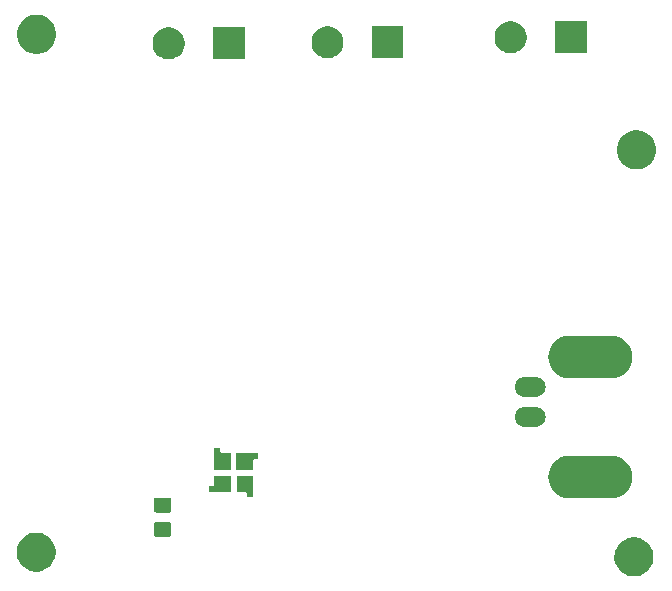
<source format=gbr>
G04 #@! TF.GenerationSoftware,KiCad,Pcbnew,(5.1.0)-1*
G04 #@! TF.CreationDate,2020-05-22T07:58:56-04:00*
G04 #@! TF.ProjectId,SiPMV4-30050,5369504d-5634-42d3-9330-3035302e6b69,rev?*
G04 #@! TF.SameCoordinates,Original*
G04 #@! TF.FileFunction,Soldermask,Bot*
G04 #@! TF.FilePolarity,Negative*
%FSLAX46Y46*%
G04 Gerber Fmt 4.6, Leading zero omitted, Abs format (unit mm)*
G04 Created by KiCad (PCBNEW (5.1.0)-1) date 2020-05-22 07:58:56*
%MOMM*%
%LPD*%
G04 APERTURE LIST*
%ADD10C,0.100000*%
G04 APERTURE END LIST*
D10*
G36*
X189879576Y-63466098D02*
G01*
X189985899Y-63487247D01*
X190286362Y-63611703D01*
X190556771Y-63792385D01*
X190786735Y-64022349D01*
X190967417Y-64292758D01*
X190967418Y-64292760D01*
X191091873Y-64593222D01*
X191142204Y-64846249D01*
X191155320Y-64912191D01*
X191155320Y-65237409D01*
X191091873Y-65556379D01*
X190967417Y-65856842D01*
X190786735Y-66127251D01*
X190556771Y-66357215D01*
X190286362Y-66537897D01*
X189985899Y-66662353D01*
X189879576Y-66683502D01*
X189666931Y-66725800D01*
X189341709Y-66725800D01*
X189129064Y-66683502D01*
X189022741Y-66662353D01*
X188722278Y-66537897D01*
X188451869Y-66357215D01*
X188221905Y-66127251D01*
X188041223Y-65856842D01*
X187916767Y-65556379D01*
X187853320Y-65237409D01*
X187853320Y-64912191D01*
X187866437Y-64846249D01*
X187916767Y-64593222D01*
X188041222Y-64292760D01*
X188041223Y-64292758D01*
X188221905Y-64022349D01*
X188451869Y-63792385D01*
X188722278Y-63611703D01*
X189022741Y-63487247D01*
X189129064Y-63466098D01*
X189341709Y-63423800D01*
X189666931Y-63423800D01*
X189879576Y-63466098D01*
X189879576Y-63466098D01*
G37*
G36*
X139270076Y-63074938D02*
G01*
X139376399Y-63096087D01*
X139676862Y-63220543D01*
X139947271Y-63401225D01*
X140177235Y-63631189D01*
X140177236Y-63631191D01*
X140357918Y-63901600D01*
X140482373Y-64202062D01*
X140545820Y-64521029D01*
X140545820Y-64846251D01*
X140503522Y-65058896D01*
X140482373Y-65165219D01*
X140357917Y-65465682D01*
X140177235Y-65736091D01*
X139947271Y-65966055D01*
X139676862Y-66146737D01*
X139376399Y-66271193D01*
X139270076Y-66292342D01*
X139057431Y-66334640D01*
X138732209Y-66334640D01*
X138519564Y-66292342D01*
X138413241Y-66271193D01*
X138112778Y-66146737D01*
X137842369Y-65966055D01*
X137612405Y-65736091D01*
X137431723Y-65465682D01*
X137307267Y-65165219D01*
X137286118Y-65058896D01*
X137243820Y-64846251D01*
X137243820Y-64521029D01*
X137307267Y-64202062D01*
X137431722Y-63901600D01*
X137612404Y-63631191D01*
X137612405Y-63631189D01*
X137842369Y-63401225D01*
X138112778Y-63220543D01*
X138413241Y-63096087D01*
X138519564Y-63074938D01*
X138732209Y-63032640D01*
X139057431Y-63032640D01*
X139270076Y-63074938D01*
X139270076Y-63074938D01*
G37*
G36*
X150194674Y-62125465D02*
G01*
X150232367Y-62136899D01*
X150267103Y-62155466D01*
X150297548Y-62180452D01*
X150322534Y-62210897D01*
X150341101Y-62245633D01*
X150352535Y-62283326D01*
X150357000Y-62328661D01*
X150357000Y-63165339D01*
X150352535Y-63210674D01*
X150341101Y-63248367D01*
X150322534Y-63283103D01*
X150297548Y-63313548D01*
X150267103Y-63338534D01*
X150232367Y-63357101D01*
X150194674Y-63368535D01*
X150149339Y-63373000D01*
X149062661Y-63373000D01*
X149017326Y-63368535D01*
X148979633Y-63357101D01*
X148944897Y-63338534D01*
X148914452Y-63313548D01*
X148889466Y-63283103D01*
X148870899Y-63248367D01*
X148859465Y-63210674D01*
X148855000Y-63165339D01*
X148855000Y-62328661D01*
X148859465Y-62283326D01*
X148870899Y-62245633D01*
X148889466Y-62210897D01*
X148914452Y-62180452D01*
X148944897Y-62155466D01*
X148979633Y-62136899D01*
X149017326Y-62125465D01*
X149062661Y-62121000D01*
X150149339Y-62121000D01*
X150194674Y-62125465D01*
X150194674Y-62125465D01*
G37*
G36*
X150194674Y-60075465D02*
G01*
X150232367Y-60086899D01*
X150267103Y-60105466D01*
X150297548Y-60130452D01*
X150322534Y-60160897D01*
X150341101Y-60195633D01*
X150352535Y-60233326D01*
X150357000Y-60278661D01*
X150357000Y-61115339D01*
X150352535Y-61160674D01*
X150341101Y-61198367D01*
X150322534Y-61233103D01*
X150297548Y-61263548D01*
X150267103Y-61288534D01*
X150232367Y-61307101D01*
X150194674Y-61318535D01*
X150149339Y-61323000D01*
X149062661Y-61323000D01*
X149017326Y-61318535D01*
X148979633Y-61307101D01*
X148944897Y-61288534D01*
X148914452Y-61263548D01*
X148889466Y-61233103D01*
X148870899Y-61198367D01*
X148859465Y-61160674D01*
X148855000Y-61115339D01*
X148855000Y-60278661D01*
X148859465Y-60233326D01*
X148870899Y-60195633D01*
X148889466Y-60160897D01*
X148914452Y-60130452D01*
X148944897Y-60105466D01*
X148979633Y-60086899D01*
X149017326Y-60075465D01*
X149062661Y-60071000D01*
X150149339Y-60071000D01*
X150194674Y-60075465D01*
X150194674Y-60075465D01*
G37*
G36*
X187735289Y-56513386D02*
G01*
X187911678Y-56530759D01*
X188251168Y-56633742D01*
X188251170Y-56633743D01*
X188564042Y-56800977D01*
X188658363Y-56878384D01*
X188838281Y-57026039D01*
X189063342Y-57300277D01*
X189230578Y-57613152D01*
X189333561Y-57952642D01*
X189368334Y-58305700D01*
X189333561Y-58658758D01*
X189230578Y-58998248D01*
X189230577Y-58998250D01*
X189063343Y-59311122D01*
X188838281Y-59585361D01*
X188564042Y-59810423D01*
X188251170Y-59977657D01*
X188251168Y-59977658D01*
X187911678Y-60080641D01*
X187735289Y-60098014D01*
X187647096Y-60106700D01*
X183970144Y-60106700D01*
X183881951Y-60098014D01*
X183705562Y-60080641D01*
X183366072Y-59977658D01*
X183366070Y-59977657D01*
X183053198Y-59810423D01*
X182778959Y-59585361D01*
X182553897Y-59311122D01*
X182386663Y-58998250D01*
X182386662Y-58998248D01*
X182283679Y-58658758D01*
X182248906Y-58305700D01*
X182283679Y-57952642D01*
X182386662Y-57613152D01*
X182553898Y-57300277D01*
X182778959Y-57026039D01*
X182958877Y-56878384D01*
X183053198Y-56800977D01*
X183366070Y-56633743D01*
X183366072Y-56633742D01*
X183705562Y-56530759D01*
X183881951Y-56513386D01*
X183970144Y-56504700D01*
X187647096Y-56504700D01*
X187735289Y-56513386D01*
X187735289Y-56513386D01*
G37*
G36*
X157269540Y-60031220D02*
G01*
X156747540Y-60031220D01*
X156747540Y-59736219D01*
X156745138Y-59711833D01*
X156738025Y-59688384D01*
X156726474Y-59666773D01*
X156710929Y-59647831D01*
X156691987Y-59632286D01*
X156670376Y-59620735D01*
X156646927Y-59613622D01*
X156622541Y-59611220D01*
X155867540Y-59611220D01*
X155867540Y-58209220D01*
X157269540Y-58209220D01*
X157269540Y-60031220D01*
X157269540Y-60031220D01*
G37*
G36*
X155389540Y-59611220D02*
G01*
X153567540Y-59611220D01*
X153567540Y-59089220D01*
X153862541Y-59089220D01*
X153886927Y-59086818D01*
X153910376Y-59079705D01*
X153931987Y-59068154D01*
X153950929Y-59052609D01*
X153966474Y-59033667D01*
X153978025Y-59012056D01*
X153985138Y-58988607D01*
X153987540Y-58964221D01*
X153987540Y-58209220D01*
X155389540Y-58209220D01*
X155389540Y-59611220D01*
X155389540Y-59611220D01*
G37*
G36*
X154499540Y-56154221D02*
G01*
X154501942Y-56178607D01*
X154509055Y-56202056D01*
X154520606Y-56223667D01*
X154536151Y-56242609D01*
X154555093Y-56258154D01*
X154576704Y-56269705D01*
X154600153Y-56276818D01*
X154624539Y-56279220D01*
X155379540Y-56279220D01*
X155379540Y-57681220D01*
X153977540Y-57681220D01*
X153977540Y-55859220D01*
X154499540Y-55859220D01*
X154499540Y-56154221D01*
X154499540Y-56154221D01*
G37*
G36*
X157679540Y-56801220D02*
G01*
X157384539Y-56801220D01*
X157360153Y-56803622D01*
X157336704Y-56810735D01*
X157315093Y-56822286D01*
X157296151Y-56837831D01*
X157280606Y-56856773D01*
X157269055Y-56878384D01*
X157261942Y-56901833D01*
X157259540Y-56926219D01*
X157259540Y-57681220D01*
X155857540Y-57681220D01*
X155857540Y-56279220D01*
X157679540Y-56279220D01*
X157679540Y-56801220D01*
X157679540Y-56801220D01*
G37*
G36*
X181345443Y-52387013D02*
G01*
X181505862Y-52435676D01*
X181638526Y-52506586D01*
X181653698Y-52514696D01*
X181783279Y-52621041D01*
X181889624Y-52750622D01*
X181889625Y-52750624D01*
X181968644Y-52898458D01*
X182017307Y-53058877D01*
X182033737Y-53225700D01*
X182017307Y-53392523D01*
X181968644Y-53552942D01*
X181897734Y-53685606D01*
X181889624Y-53700778D01*
X181783279Y-53830359D01*
X181653698Y-53936704D01*
X181653696Y-53936705D01*
X181505862Y-54015724D01*
X181345443Y-54064387D01*
X181220424Y-54076700D01*
X180236816Y-54076700D01*
X180111797Y-54064387D01*
X179951378Y-54015724D01*
X179803544Y-53936705D01*
X179803542Y-53936704D01*
X179673961Y-53830359D01*
X179567616Y-53700778D01*
X179559506Y-53685606D01*
X179488596Y-53552942D01*
X179439933Y-53392523D01*
X179423503Y-53225700D01*
X179439933Y-53058877D01*
X179488596Y-52898458D01*
X179567615Y-52750624D01*
X179567616Y-52750622D01*
X179673961Y-52621041D01*
X179803542Y-52514696D01*
X179818714Y-52506586D01*
X179951378Y-52435676D01*
X180111797Y-52387013D01*
X180236816Y-52374700D01*
X181220424Y-52374700D01*
X181345443Y-52387013D01*
X181345443Y-52387013D01*
G37*
G36*
X181345443Y-49847013D02*
G01*
X181505862Y-49895676D01*
X181601321Y-49946700D01*
X181653698Y-49974696D01*
X181783279Y-50081041D01*
X181889624Y-50210622D01*
X181889625Y-50210624D01*
X181968644Y-50358458D01*
X182017307Y-50518877D01*
X182033737Y-50685700D01*
X182017307Y-50852523D01*
X181968644Y-51012942D01*
X181897734Y-51145606D01*
X181889624Y-51160778D01*
X181783279Y-51290359D01*
X181653698Y-51396704D01*
X181653696Y-51396705D01*
X181505862Y-51475724D01*
X181345443Y-51524387D01*
X181220424Y-51536700D01*
X180236816Y-51536700D01*
X180111797Y-51524387D01*
X179951378Y-51475724D01*
X179803544Y-51396705D01*
X179803542Y-51396704D01*
X179673961Y-51290359D01*
X179567616Y-51160778D01*
X179559506Y-51145606D01*
X179488596Y-51012942D01*
X179439933Y-50852523D01*
X179423503Y-50685700D01*
X179439933Y-50518877D01*
X179488596Y-50358458D01*
X179567615Y-50210624D01*
X179567616Y-50210622D01*
X179673961Y-50081041D01*
X179803542Y-49974696D01*
X179855919Y-49946700D01*
X179951378Y-49895676D01*
X180111797Y-49847013D01*
X180236816Y-49834700D01*
X181220424Y-49834700D01*
X181345443Y-49847013D01*
X181345443Y-49847013D01*
G37*
G36*
X187735289Y-46353386D02*
G01*
X187911678Y-46370759D01*
X188251168Y-46473742D01*
X188251170Y-46473743D01*
X188564042Y-46640977D01*
X188564044Y-46640978D01*
X188564043Y-46640978D01*
X188838281Y-46866039D01*
X189063342Y-47140277D01*
X189230578Y-47453152D01*
X189333561Y-47792642D01*
X189368334Y-48145700D01*
X189333561Y-48498758D01*
X189230578Y-48838248D01*
X189230577Y-48838250D01*
X189063343Y-49151122D01*
X188838281Y-49425361D01*
X188564042Y-49650423D01*
X188251170Y-49817657D01*
X188251168Y-49817658D01*
X187911678Y-49920641D01*
X187735289Y-49938014D01*
X187647096Y-49946700D01*
X183970144Y-49946700D01*
X183881951Y-49938014D01*
X183705562Y-49920641D01*
X183366072Y-49817658D01*
X183366070Y-49817657D01*
X183053198Y-49650423D01*
X182778959Y-49425361D01*
X182553897Y-49151122D01*
X182386663Y-48838250D01*
X182386662Y-48838248D01*
X182283679Y-48498758D01*
X182248906Y-48145700D01*
X182283679Y-47792642D01*
X182386662Y-47453152D01*
X182553898Y-47140277D01*
X182778959Y-46866039D01*
X183053197Y-46640978D01*
X183053196Y-46640978D01*
X183053198Y-46640977D01*
X183366070Y-46473743D01*
X183366072Y-46473742D01*
X183705562Y-46370759D01*
X183881951Y-46353386D01*
X183970144Y-46344700D01*
X187647096Y-46344700D01*
X187735289Y-46353386D01*
X187735289Y-46353386D01*
G37*
G36*
X190095476Y-29008458D02*
G01*
X190201799Y-29029607D01*
X190502262Y-29154063D01*
X190772671Y-29334745D01*
X191002635Y-29564709D01*
X191183317Y-29835118D01*
X191307773Y-30135581D01*
X191371220Y-30454551D01*
X191371220Y-30779769D01*
X191307773Y-31098739D01*
X191183317Y-31399202D01*
X191002635Y-31669611D01*
X190772671Y-31899575D01*
X190502262Y-32080257D01*
X190201799Y-32204713D01*
X190095476Y-32225862D01*
X189882831Y-32268160D01*
X189557609Y-32268160D01*
X189344964Y-32225862D01*
X189238641Y-32204713D01*
X188938178Y-32080257D01*
X188667769Y-31899575D01*
X188437805Y-31669611D01*
X188257123Y-31399202D01*
X188132667Y-31098739D01*
X188069220Y-30779769D01*
X188069220Y-30454551D01*
X188132667Y-30135581D01*
X188257123Y-29835118D01*
X188437805Y-29564709D01*
X188667769Y-29334745D01*
X188938178Y-29154063D01*
X189238641Y-29029607D01*
X189344964Y-29008458D01*
X189557609Y-28966160D01*
X189882831Y-28966160D01*
X190095476Y-29008458D01*
X190095476Y-29008458D01*
G37*
G36*
X150505532Y-20301078D02*
G01*
X150751399Y-20402919D01*
X150828219Y-20454249D01*
X150972671Y-20550769D01*
X151160851Y-20738949D01*
X151308702Y-20960223D01*
X151410542Y-21206088D01*
X151462460Y-21467097D01*
X151462460Y-21733223D01*
X151410542Y-21994232D01*
X151308702Y-22240097D01*
X151214499Y-22381082D01*
X151160850Y-22461372D01*
X150972672Y-22649550D01*
X150751399Y-22797401D01*
X150751398Y-22797402D01*
X150751397Y-22797402D01*
X150505532Y-22899242D01*
X150244523Y-22951160D01*
X149978397Y-22951160D01*
X149717388Y-22899242D01*
X149471523Y-22797402D01*
X149471522Y-22797402D01*
X149471521Y-22797401D01*
X149250248Y-22649550D01*
X149062070Y-22461372D01*
X149008422Y-22381082D01*
X148914218Y-22240097D01*
X148812378Y-21994232D01*
X148760460Y-21733223D01*
X148760460Y-21467097D01*
X148812378Y-21206088D01*
X148914218Y-20960223D01*
X149062069Y-20738949D01*
X149250249Y-20550769D01*
X149394701Y-20454249D01*
X149471521Y-20402919D01*
X149717388Y-20301078D01*
X149978397Y-20249160D01*
X150244523Y-20249160D01*
X150505532Y-20301078D01*
X150505532Y-20301078D01*
G37*
G36*
X156542460Y-22951160D02*
G01*
X153840460Y-22951160D01*
X153840460Y-20249160D01*
X156542460Y-20249160D01*
X156542460Y-22951160D01*
X156542460Y-22951160D01*
G37*
G36*
X169999380Y-22854640D02*
G01*
X167297380Y-22854640D01*
X167297380Y-20152640D01*
X169999380Y-20152640D01*
X169999380Y-22854640D01*
X169999380Y-22854640D01*
G37*
G36*
X163962452Y-20204558D02*
G01*
X164208319Y-20306399D01*
X164268217Y-20346422D01*
X164429591Y-20454249D01*
X164617771Y-20642429D01*
X164765622Y-20863703D01*
X164867462Y-21109568D01*
X164919380Y-21370577D01*
X164919380Y-21636703D01*
X164867462Y-21897712D01*
X164770670Y-22131391D01*
X164765621Y-22143579D01*
X164617770Y-22364852D01*
X164429592Y-22553030D01*
X164208319Y-22700881D01*
X164208318Y-22700882D01*
X164208317Y-22700882D01*
X163962452Y-22802722D01*
X163701443Y-22854640D01*
X163435317Y-22854640D01*
X163174308Y-22802722D01*
X162928443Y-22700882D01*
X162928442Y-22700882D01*
X162928441Y-22700881D01*
X162707168Y-22553030D01*
X162518990Y-22364852D01*
X162371139Y-22143579D01*
X162366091Y-22131391D01*
X162269298Y-21897712D01*
X162217380Y-21636703D01*
X162217380Y-21370577D01*
X162269298Y-21109568D01*
X162371138Y-20863703D01*
X162518989Y-20642429D01*
X162707169Y-20454249D01*
X162868543Y-20346422D01*
X162928441Y-20306399D01*
X163174308Y-20204558D01*
X163435317Y-20152640D01*
X163701443Y-20152640D01*
X163962452Y-20204558D01*
X163962452Y-20204558D01*
G37*
G36*
X139313256Y-19219298D02*
G01*
X139419579Y-19240447D01*
X139720042Y-19364903D01*
X139990451Y-19545585D01*
X140220415Y-19775549D01*
X140293386Y-19884758D01*
X140401098Y-20045960D01*
X140525553Y-20346422D01*
X140584433Y-20642428D01*
X140589000Y-20665391D01*
X140589000Y-20990609D01*
X140525553Y-21309579D01*
X140401097Y-21610042D01*
X140220415Y-21880451D01*
X139990451Y-22110415D01*
X139720042Y-22291097D01*
X139419579Y-22415553D01*
X139331867Y-22433000D01*
X139100611Y-22479000D01*
X138775389Y-22479000D01*
X138544133Y-22433000D01*
X138456421Y-22415553D01*
X138155958Y-22291097D01*
X137885549Y-22110415D01*
X137655585Y-21880451D01*
X137474903Y-21610042D01*
X137350447Y-21309579D01*
X137287000Y-20990609D01*
X137287000Y-20665391D01*
X137291568Y-20642428D01*
X137350447Y-20346422D01*
X137474902Y-20045960D01*
X137582614Y-19884758D01*
X137655585Y-19775549D01*
X137885549Y-19545585D01*
X138155958Y-19364903D01*
X138456421Y-19240447D01*
X138562744Y-19219298D01*
X138775389Y-19177000D01*
X139100611Y-19177000D01*
X139313256Y-19219298D01*
X139313256Y-19219298D01*
G37*
G36*
X179427036Y-19775551D02*
G01*
X179464072Y-19782918D01*
X179709939Y-19884759D01*
X179821328Y-19959187D01*
X179931211Y-20032609D01*
X180119391Y-20220789D01*
X180267242Y-20442063D01*
X180369082Y-20687928D01*
X180421000Y-20948937D01*
X180421000Y-21215063D01*
X180369082Y-21476072D01*
X180267242Y-21721937D01*
X180149793Y-21897712D01*
X180119390Y-21943212D01*
X179931212Y-22131390D01*
X179709939Y-22279241D01*
X179709938Y-22279242D01*
X179709937Y-22279242D01*
X179464072Y-22381082D01*
X179203063Y-22433000D01*
X178936937Y-22433000D01*
X178675928Y-22381082D01*
X178430063Y-22279242D01*
X178430062Y-22279242D01*
X178430061Y-22279241D01*
X178208788Y-22131390D01*
X178020610Y-21943212D01*
X177990208Y-21897712D01*
X177872758Y-21721937D01*
X177770918Y-21476072D01*
X177719000Y-21215063D01*
X177719000Y-20948937D01*
X177770918Y-20687928D01*
X177872758Y-20442063D01*
X178020609Y-20220789D01*
X178208789Y-20032609D01*
X178318672Y-19959187D01*
X178430061Y-19884759D01*
X178675928Y-19782918D01*
X178712964Y-19775551D01*
X178936937Y-19731000D01*
X179203063Y-19731000D01*
X179427036Y-19775551D01*
X179427036Y-19775551D01*
G37*
G36*
X185501000Y-22433000D02*
G01*
X182799000Y-22433000D01*
X182799000Y-19731000D01*
X185501000Y-19731000D01*
X185501000Y-22433000D01*
X185501000Y-22433000D01*
G37*
M02*

</source>
